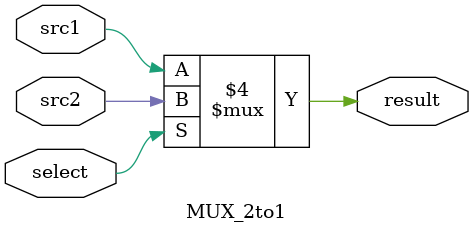
<source format=v>
/* 112550105 */
`timescale 1ns/1ps

module MUX_2to1(
	input      src1,
	input      src2,
	input	   select,
	output reg result
	);

/* Write down your code HERE */

always @(*) begin
    if (select == 1'b0)
        result = src1;
	else
        result = src2;
end

endmodule


</source>
